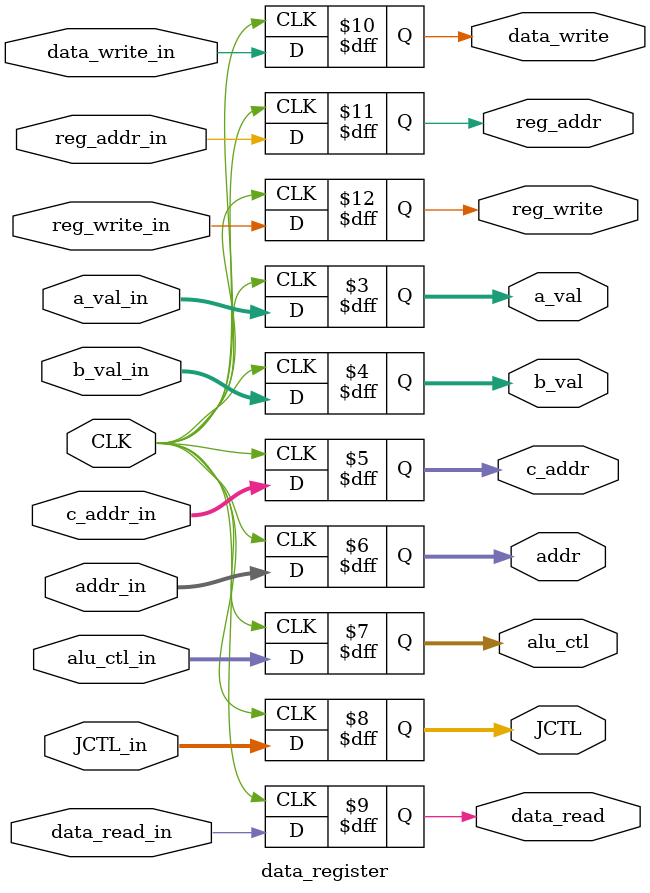
<source format=v>
`timescale 1ns / 1ps


module data_register(
        input CLK, 
        input[15:0] a_val_in, b_val_in,
        input[3:0] c_addr_in,
        input[7:0] addr_in,
        input[2:0] alu_ctl_in,
        input[1:0] JCTL_in, 
        input data_read_in, data_write_in, reg_addr_in, reg_write_in,
        
        output reg [15:0] a_val, b_val,
        output reg [3:0] c_addr,
        output reg [7:0] addr,
        output reg [2:0] alu_ctl,
        output reg [1:0] JCTL, 
        output reg  data_read, data_write, reg_addr, reg_write
    );
    assign CLK_INV = ~CLK;
   
   always@(posedge CLK_INV) begin
        a_val =  a_val_in;
        b_val = b_val_in;
        c_addr = c_addr_in;
        addr = addr_in;
        alu_ctl = alu_ctl_in;
        JCTL = JCTL_in;
        data_read = data_read_in;
        data_write = data_write_in;
        reg_addr = reg_addr_in;
        reg_write = reg_write_in;
   end
    
endmodule

</source>
